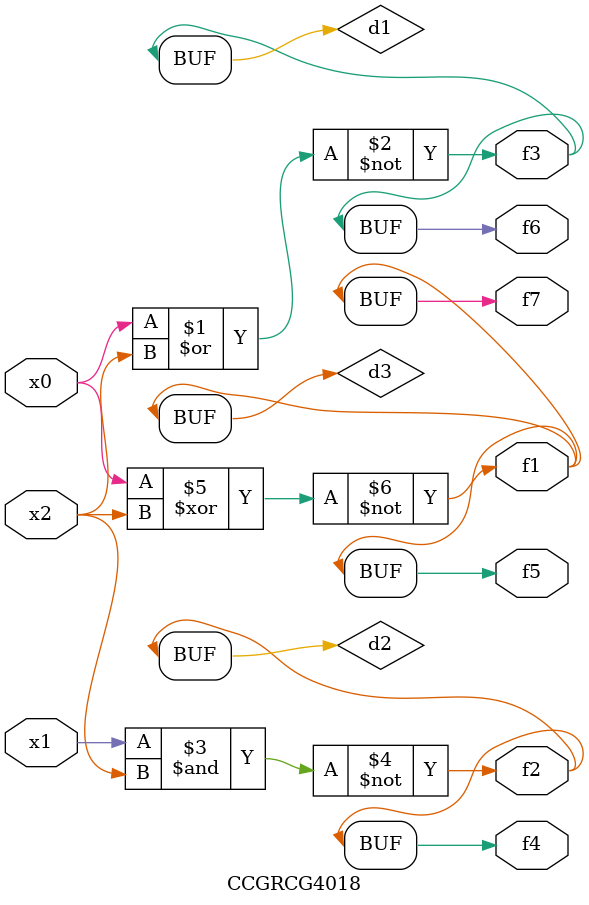
<source format=v>
module CCGRCG4018(
	input x0, x1, x2,
	output f1, f2, f3, f4, f5, f6, f7
);

	wire d1, d2, d3;

	nor (d1, x0, x2);
	nand (d2, x1, x2);
	xnor (d3, x0, x2);
	assign f1 = d3;
	assign f2 = d2;
	assign f3 = d1;
	assign f4 = d2;
	assign f5 = d3;
	assign f6 = d1;
	assign f7 = d3;
endmodule

</source>
